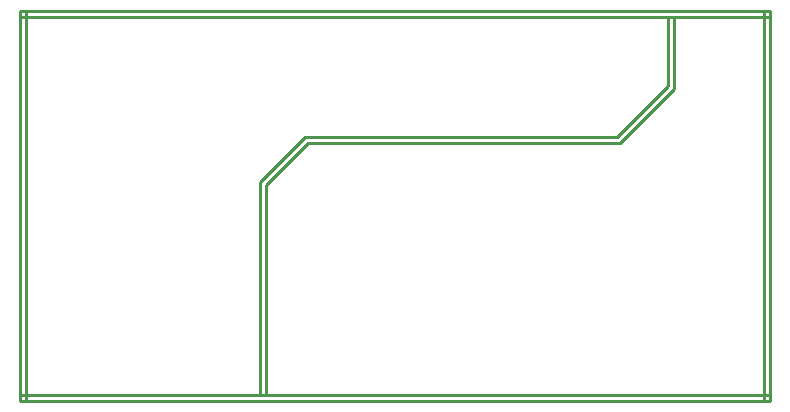
<source format=gm1>
%FSAX24Y24*%
%MOIN*%
G70*
G01*
G75*
G04 Layer_Color=16711935*
%ADD10R,0.0433X0.0394*%
%ADD11R,0.0787X0.0630*%
%ADD12R,0.0787X0.0787*%
%ADD13C,0.0200*%
%ADD14C,0.0080*%
%ADD15C,0.0100*%
%ADD16O,0.1181X0.0866*%
%ADD17C,0.0650*%
%ADD18R,0.0650X0.0650*%
%ADD19C,0.1000*%
%ADD20C,0.0250*%
%ADD21R,0.0394X0.0433*%
%ADD22R,0.0335X0.0866*%
%ADD23R,0.0700X0.0600*%
G04:AMPARAMS|DCode=24|XSize=60mil|YSize=70mil|CornerRadius=15mil|HoleSize=0mil|Usage=FLASHONLY|Rotation=90.000|XOffset=0mil|YOffset=0mil|HoleType=Round|Shape=RoundedRectangle|*
%AMROUNDEDRECTD24*
21,1,0.0600,0.0400,0,0,90.0*
21,1,0.0300,0.0700,0,0,90.0*
1,1,0.0300,0.0200,0.0150*
1,1,0.0300,0.0200,-0.0150*
1,1,0.0300,-0.0200,-0.0150*
1,1,0.0300,-0.0200,0.0150*
%
%ADD24ROUNDEDRECTD24*%
%ADD25O,0.0236X0.0866*%
%ADD26O,0.0236X0.0748*%
%ADD27O,0.0236X0.0591*%
%ADD28C,0.0098*%
%ADD29C,0.0079*%
%ADD30C,0.0059*%
%ADD31R,0.0748X0.1614*%
%ADD32C,0.0236*%
%ADD33R,0.3400X0.0800*%
%ADD34R,0.0513X0.0474*%
%ADD35R,0.0867X0.0710*%
%ADD36R,0.0867X0.0867*%
%ADD37O,0.1261X0.0946*%
%ADD38C,0.0730*%
%ADD39R,0.0730X0.0730*%
%ADD40C,0.1080*%
%ADD41C,0.0330*%
%ADD42R,0.0474X0.0513*%
%ADD43R,0.0415X0.0946*%
%ADD44R,0.0780X0.0680*%
G04:AMPARAMS|DCode=45|XSize=68mil|YSize=78mil|CornerRadius=19mil|HoleSize=0mil|Usage=FLASHONLY|Rotation=90.000|XOffset=0mil|YOffset=0mil|HoleType=Round|Shape=RoundedRectangle|*
%AMROUNDEDRECTD45*
21,1,0.0680,0.0400,0,0,90.0*
21,1,0.0300,0.0780,0,0,90.0*
1,1,0.0380,0.0200,0.0150*
1,1,0.0380,0.0200,-0.0150*
1,1,0.0380,-0.0200,-0.0150*
1,1,0.0380,-0.0200,0.0150*
%
%ADD45ROUNDEDRECTD45*%
%ADD46O,0.0316X0.0946*%
%ADD47O,0.0316X0.0828*%
%ADD48O,0.0316X0.0671*%
D15*
X018000Y010200D02*
Y017300D01*
X019500Y018800D01*
X029900D01*
X031600Y020500D01*
Y022800D01*
X018200Y010200D02*
Y017200D01*
X019600Y018600D01*
X030000D01*
X031800Y020400D01*
Y022800D01*
X010000Y010200D02*
X035000D01*
Y010000D02*
Y010200D01*
X010200Y010000D02*
Y023000D01*
X010000Y010000D02*
X010200D01*
X034800D02*
Y023000D01*
X010000Y022800D02*
X035000D01*
X010000Y010000D02*
Y023000D01*
X035000D01*
Y010000D02*
Y023000D01*
X010000Y010000D02*
X035000D01*
M02*

</source>
